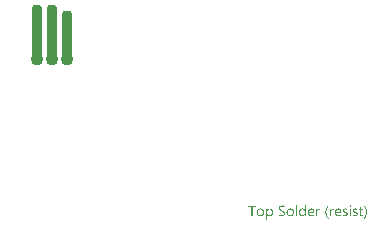
<source format=gts>
G04*
G04 #@! TF.GenerationSoftware,Altium Limited,Altium Designer,22.5.1 (42)*
G04*
G04 Layer_Color=8388736*
%FSAX44Y44*%
%MOMM*%
G71*
G04*
G04 #@! TF.SameCoordinates,B81DB4F6-0142-443B-9DEE-0E86D502A1E8*
G04*
G04*
G04 #@! TF.FilePolarity,Negative*
G04*
G01*
G75*
G04:AMPARAMS|DCode=10|XSize=0.9mm|YSize=4.8mm|CornerRadius=0.351mm|HoleSize=0mm|Usage=FLASHONLY|Rotation=0.000|XOffset=0mm|YOffset=0mm|HoleType=Round|Shape=RoundedRectangle|*
%AMROUNDEDRECTD10*
21,1,0.9000,4.0980,0,0,0.0*
21,1,0.1980,4.8000,0,0,0.0*
1,1,0.7020,0.0990,-2.0490*
1,1,0.7020,-0.0990,-2.0490*
1,1,0.7020,-0.0990,2.0490*
1,1,0.7020,0.0990,2.0490*
%
%ADD10ROUNDEDRECTD10*%
G04:AMPARAMS|DCode=11|XSize=0.9mm|YSize=4.3mm|CornerRadius=0.351mm|HoleSize=0mm|Usage=FLASHONLY|Rotation=0.000|XOffset=0mm|YOffset=0mm|HoleType=Round|Shape=RoundedRectangle|*
%AMROUNDEDRECTD11*
21,1,0.9000,3.5980,0,0,0.0*
21,1,0.1980,4.3000,0,0,0.0*
1,1,0.7020,0.0990,-1.7990*
1,1,0.7020,-0.0990,-1.7990*
1,1,0.7020,-0.0990,1.7990*
1,1,0.7020,0.0990,1.7990*
%
%ADD11ROUNDEDRECTD11*%
%ADD12C,1.1000*%
%ADD13C,0.1500*%
G36*
X00252311Y-00036514D02*
X00252382Y-00036530D01*
X00252452Y-00036553D01*
X00252531Y-00036593D01*
X00252609Y-00036640D01*
X00252688Y-00036702D01*
X00252696Y-00036710D01*
X00252719Y-00036734D01*
X00252750Y-00036773D01*
X00252790Y-00036828D01*
X00252821Y-00036899D01*
X00252853Y-00036977D01*
X00252876Y-00037071D01*
X00252884Y-00037173D01*
Y-00037189D01*
Y-00037220D01*
X00252876Y-00037268D01*
X00252860Y-00037338D01*
X00252837Y-00037409D01*
X00252798Y-00037487D01*
X00252750Y-00037566D01*
X00252688Y-00037644D01*
X00252680Y-00037652D01*
X00252656Y-00037676D01*
X00252609Y-00037707D01*
X00252554Y-00037738D01*
X00252484Y-00037770D01*
X00252405Y-00037801D01*
X00252319Y-00037825D01*
X00252217Y-00037833D01*
X00252170D01*
X00252123Y-00037825D01*
X00252052Y-00037809D01*
X00251981Y-00037786D01*
X00251903Y-00037754D01*
X00251824Y-00037715D01*
X00251746Y-00037652D01*
X00251738Y-00037644D01*
X00251714Y-00037621D01*
X00251683Y-00037574D01*
X00251652Y-00037519D01*
X00251620Y-00037456D01*
X00251589Y-00037370D01*
X00251565Y-00037275D01*
X00251558Y-00037173D01*
Y-00037158D01*
Y-00037126D01*
X00251565Y-00037071D01*
X00251581Y-00037009D01*
X00251605Y-00036930D01*
X00251636Y-00036852D01*
X00251683Y-00036773D01*
X00251746Y-00036702D01*
X00251754Y-00036695D01*
X00251777Y-00036671D01*
X00251824Y-00036640D01*
X00251879Y-00036600D01*
X00251950Y-00036569D01*
X00252029Y-00036538D01*
X00252115Y-00036514D01*
X00252217Y-00036506D01*
X00252264D01*
X00252311Y-00036514D01*
D02*
G37*
G36*
X00194961Y-00036757D02*
X00195071D01*
X00195197Y-00036765D01*
X00195338Y-00036773D01*
X00195487Y-00036789D01*
X00195801Y-00036828D01*
X00196115Y-00036883D01*
X00196272Y-00036922D01*
X00196413Y-00036962D01*
X00196555Y-00037016D01*
X00196672Y-00037071D01*
Y-00038249D01*
X00196665Y-00038241D01*
X00196633Y-00038225D01*
X00196594Y-00038201D01*
X00196531Y-00038162D01*
X00196453Y-00038123D01*
X00196358Y-00038076D01*
X00196248Y-00038021D01*
X00196123Y-00037974D01*
X00195982Y-00037919D01*
X00195825Y-00037872D01*
X00195660Y-00037825D01*
X00195479Y-00037786D01*
X00195291Y-00037746D01*
X00195087Y-00037723D01*
X00194867Y-00037707D01*
X00194639Y-00037699D01*
X00194514D01*
X00194428Y-00037707D01*
X00194326Y-00037715D01*
X00194208Y-00037731D01*
X00194082Y-00037746D01*
X00193957Y-00037770D01*
X00193941D01*
X00193902Y-00037786D01*
X00193839Y-00037801D01*
X00193753Y-00037825D01*
X00193658Y-00037856D01*
X00193556Y-00037896D01*
X00193447Y-00037950D01*
X00193344Y-00038005D01*
X00193337Y-00038013D01*
X00193297Y-00038037D01*
X00193250Y-00038068D01*
X00193188Y-00038115D01*
X00193125Y-00038178D01*
X00193046Y-00038249D01*
X00192976Y-00038327D01*
X00192913Y-00038421D01*
X00192905Y-00038429D01*
X00192889Y-00038468D01*
X00192858Y-00038523D01*
X00192834Y-00038594D01*
X00192803Y-00038680D01*
X00192771Y-00038790D01*
X00192756Y-00038908D01*
X00192748Y-00039041D01*
Y-00039057D01*
Y-00039096D01*
X00192756Y-00039167D01*
X00192764Y-00039245D01*
X00192779Y-00039340D01*
X00192803Y-00039442D01*
X00192834Y-00039544D01*
X00192874Y-00039638D01*
X00192881Y-00039646D01*
X00192897Y-00039677D01*
X00192929Y-00039724D01*
X00192968Y-00039787D01*
X00193023Y-00039858D01*
X00193085Y-00039936D01*
X00193164Y-00040015D01*
X00193250Y-00040093D01*
X00193258Y-00040101D01*
X00193297Y-00040125D01*
X00193352Y-00040171D01*
X00193423Y-00040219D01*
X00193509Y-00040281D01*
X00193611Y-00040344D01*
X00193729Y-00040423D01*
X00193855Y-00040493D01*
X00193862D01*
X00193870Y-00040501D01*
X00193917Y-00040525D01*
X00193996Y-00040564D01*
X00194090Y-00040619D01*
X00194216Y-00040674D01*
X00194357Y-00040745D01*
X00194514Y-00040823D01*
X00194679Y-00040909D01*
X00194687D01*
X00194702Y-00040917D01*
X00194726Y-00040933D01*
X00194757Y-00040949D01*
X00194804Y-00040972D01*
X00194851Y-00040996D01*
X00194969Y-00041058D01*
X00195110Y-00041137D01*
X00195267Y-00041223D01*
X00195424Y-00041310D01*
X00195589Y-00041412D01*
X00195597D01*
X00195605Y-00041420D01*
X00195628Y-00041435D01*
X00195660Y-00041459D01*
X00195746Y-00041514D01*
X00195848Y-00041584D01*
X00195966Y-00041671D01*
X00196091Y-00041765D01*
X00196217Y-00041875D01*
X00196343Y-00041992D01*
X00196358Y-00042008D01*
X00196398Y-00042047D01*
X00196453Y-00042110D01*
X00196531Y-00042196D01*
X00196609Y-00042298D01*
X00196696Y-00042416D01*
X00196774Y-00042550D01*
X00196853Y-00042691D01*
Y-00042699D01*
X00196861Y-00042707D01*
X00196868Y-00042730D01*
X00196884Y-00042762D01*
X00196916Y-00042840D01*
X00196955Y-00042942D01*
X00196986Y-00043075D01*
X00197018Y-00043225D01*
X00197041Y-00043390D01*
X00197049Y-00043570D01*
Y-00043578D01*
Y-00043601D01*
Y-00043633D01*
Y-00043680D01*
X00197041Y-00043735D01*
X00197033Y-00043805D01*
X00197026Y-00043876D01*
X00197018Y-00043955D01*
X00196986Y-00044135D01*
X00196939Y-00044324D01*
X00196876Y-00044512D01*
X00196790Y-00044692D01*
Y-00044700D01*
X00196782Y-00044716D01*
X00196766Y-00044739D01*
X00196743Y-00044771D01*
X00196688Y-00044849D01*
X00196609Y-00044959D01*
X00196507Y-00045077D01*
X00196390Y-00045202D01*
X00196248Y-00045320D01*
X00196091Y-00045438D01*
X00196084D01*
X00196068Y-00045454D01*
X00196044Y-00045462D01*
X00196013Y-00045485D01*
X00195974Y-00045509D01*
X00195919Y-00045532D01*
X00195801Y-00045595D01*
X00195652Y-00045658D01*
X00195479Y-00045728D01*
X00195291Y-00045791D01*
X00195079Y-00045846D01*
X00195071D01*
X00195056Y-00045854D01*
X00195024D01*
X00194977Y-00045862D01*
X00194930Y-00045877D01*
X00194867Y-00045885D01*
X00194797Y-00045893D01*
X00194710Y-00045909D01*
X00194530Y-00045932D01*
X00194326Y-00045948D01*
X00194106Y-00045964D01*
X00193870Y-00045972D01*
X00193784D01*
X00193729Y-00045964D01*
X00193651D01*
X00193556Y-00045956D01*
X00193454Y-00045948D01*
X00193344Y-00045932D01*
X00193329D01*
X00193290Y-00045925D01*
X00193227Y-00045917D01*
X00193148Y-00045909D01*
X00193054Y-00045893D01*
X00192944Y-00045877D01*
X00192834Y-00045862D01*
X00192709Y-00045838D01*
X00192693D01*
X00192654Y-00045830D01*
X00192591Y-00045815D01*
X00192512Y-00045791D01*
X00192418Y-00045775D01*
X00192316Y-00045744D01*
X00192097Y-00045681D01*
X00192081Y-00045673D01*
X00192050Y-00045666D01*
X00191994Y-00045642D01*
X00191932Y-00045619D01*
X00191861Y-00045587D01*
X00191783Y-00045548D01*
X00191704Y-00045509D01*
X00191633Y-00045462D01*
Y-00044229D01*
X00191641Y-00044237D01*
X00191673Y-00044261D01*
X00191720Y-00044300D01*
X00191775Y-00044339D01*
X00191853Y-00044394D01*
X00191940Y-00044449D01*
X00192034Y-00044512D01*
X00192144Y-00044567D01*
X00192159Y-00044575D01*
X00192199Y-00044590D01*
X00192253Y-00044622D01*
X00192332Y-00044653D01*
X00192426Y-00044692D01*
X00192528Y-00044739D01*
X00192646Y-00044787D01*
X00192764Y-00044826D01*
X00192779Y-00044834D01*
X00192819Y-00044841D01*
X00192889Y-00044857D01*
X00192968Y-00044881D01*
X00193070Y-00044912D01*
X00193180Y-00044936D01*
X00193423Y-00044983D01*
X00193439D01*
X00193478Y-00044991D01*
X00193541Y-00044998D01*
X00193627Y-00045006D01*
X00193721Y-00045022D01*
X00193823Y-00045030D01*
X00194035Y-00045038D01*
X00194129D01*
X00194192Y-00045030D01*
X00194271D01*
X00194365Y-00045022D01*
X00194467Y-00045006D01*
X00194577Y-00044991D01*
X00194812Y-00044951D01*
X00195048Y-00044889D01*
X00195275Y-00044802D01*
X00195377Y-00044747D01*
X00195471Y-00044685D01*
X00195479Y-00044677D01*
X00195495Y-00044669D01*
X00195519Y-00044645D01*
X00195550Y-00044614D01*
X00195581Y-00044583D01*
X00195621Y-00044535D01*
X00195668Y-00044480D01*
X00195715Y-00044418D01*
X00195754Y-00044347D01*
X00195801Y-00044276D01*
X00195880Y-00044096D01*
X00195903Y-00043994D01*
X00195927Y-00043884D01*
X00195942Y-00043774D01*
X00195950Y-00043649D01*
Y-00043641D01*
Y-00043633D01*
Y-00043586D01*
X00195942Y-00043523D01*
X00195935Y-00043437D01*
X00195911Y-00043334D01*
X00195887Y-00043232D01*
X00195848Y-00043123D01*
X00195793Y-00043021D01*
X00195785Y-00043005D01*
X00195762Y-00042973D01*
X00195730Y-00042926D01*
X00195683Y-00042856D01*
X00195621Y-00042785D01*
X00195542Y-00042699D01*
X00195456Y-00042620D01*
X00195354Y-00042534D01*
X00195338Y-00042526D01*
X00195307Y-00042495D01*
X00195244Y-00042448D01*
X00195165Y-00042393D01*
X00195063Y-00042330D01*
X00194953Y-00042259D01*
X00194828Y-00042181D01*
X00194687Y-00042110D01*
X00194679D01*
X00194671Y-00042102D01*
X00194647Y-00042087D01*
X00194624Y-00042071D01*
X00194545Y-00042032D01*
X00194443Y-00041977D01*
X00194318Y-00041914D01*
X00194176Y-00041843D01*
X00194027Y-00041765D01*
X00193862Y-00041679D01*
X00193855D01*
X00193839Y-00041671D01*
X00193815Y-00041655D01*
X00193784Y-00041639D01*
X00193698Y-00041592D01*
X00193580Y-00041529D01*
X00193447Y-00041459D01*
X00193297Y-00041380D01*
X00192991Y-00041200D01*
X00192983D01*
X00192976Y-00041192D01*
X00192952Y-00041176D01*
X00192921Y-00041160D01*
X00192850Y-00041105D01*
X00192756Y-00041043D01*
X00192646Y-00040964D01*
X00192528Y-00040870D01*
X00192411Y-00040776D01*
X00192293Y-00040666D01*
X00192277Y-00040650D01*
X00192246Y-00040611D01*
X00192191Y-00040556D01*
X00192120Y-00040478D01*
X00192050Y-00040376D01*
X00191971Y-00040266D01*
X00191893Y-00040140D01*
X00191822Y-00040007D01*
Y-00039999D01*
X00191814Y-00039991D01*
X00191806Y-00039968D01*
X00191798Y-00039936D01*
X00191767Y-00039858D01*
X00191735Y-00039756D01*
X00191704Y-00039630D01*
X00191673Y-00039481D01*
X00191657Y-00039316D01*
X00191649Y-00039135D01*
Y-00039128D01*
Y-00039112D01*
Y-00039073D01*
X00191657Y-00039034D01*
Y-00038979D01*
X00191665Y-00038916D01*
X00191681Y-00038774D01*
X00191712Y-00038610D01*
X00191759Y-00038429D01*
X00191830Y-00038249D01*
X00191916Y-00038076D01*
Y-00038068D01*
X00191932Y-00038052D01*
X00191947Y-00038029D01*
X00191963Y-00037998D01*
X00192026Y-00037919D01*
X00192104Y-00037809D01*
X00192206Y-00037691D01*
X00192324Y-00037566D01*
X00192458Y-00037448D01*
X00192615Y-00037330D01*
X00192622D01*
X00192638Y-00037315D01*
X00192662Y-00037299D01*
X00192693Y-00037283D01*
X00192732Y-00037260D01*
X00192779Y-00037228D01*
X00192905Y-00037166D01*
X00193054Y-00037095D01*
X00193219Y-00037024D01*
X00193407Y-00036954D01*
X00193611Y-00036899D01*
X00193619D01*
X00193635Y-00036891D01*
X00193666Y-00036883D01*
X00193706Y-00036875D01*
X00193761Y-00036867D01*
X00193815Y-00036852D01*
X00193886Y-00036836D01*
X00193965Y-00036820D01*
X00194137Y-00036797D01*
X00194326Y-00036773D01*
X00194538Y-00036757D01*
X00194749Y-00036750D01*
X00194875D01*
X00194961Y-00036757D01*
D02*
G37*
G36*
X00214685Y-00045823D02*
X00213664D01*
Y-00044747D01*
X00213641D01*
X00213633Y-00044763D01*
X00213610Y-00044802D01*
X00213563Y-00044857D01*
X00213507Y-00044936D01*
X00213429Y-00045030D01*
X00213343Y-00045132D01*
X00213233Y-00045242D01*
X00213099Y-00045360D01*
X00212958Y-00045477D01*
X00212793Y-00045587D01*
X00212613Y-00045689D01*
X00212417Y-00045783D01*
X00212205Y-00045862D01*
X00211969Y-00045917D01*
X00211718Y-00045956D01*
X00211451Y-00045972D01*
X00211396D01*
X00211334Y-00045964D01*
X00211255Y-00045956D01*
X00211153Y-00045948D01*
X00211035Y-00045925D01*
X00210902Y-00045901D01*
X00210760Y-00045862D01*
X00210611Y-00045823D01*
X00210454Y-00045760D01*
X00210298Y-00045697D01*
X00210133Y-00045611D01*
X00209976Y-00045516D01*
X00209819Y-00045399D01*
X00209670Y-00045265D01*
X00209528Y-00045116D01*
X00209520Y-00045108D01*
X00209497Y-00045077D01*
X00209466Y-00045030D01*
X00209418Y-00044959D01*
X00209363Y-00044873D01*
X00209301Y-00044771D01*
X00209238Y-00044645D01*
X00209175Y-00044504D01*
X00209104Y-00044347D01*
X00209042Y-00044174D01*
X00208979Y-00043978D01*
X00208924Y-00043774D01*
X00208877Y-00043554D01*
X00208846Y-00043311D01*
X00208822Y-00043060D01*
X00208814Y-00042793D01*
Y-00042785D01*
Y-00042777D01*
Y-00042754D01*
Y-00042722D01*
X00208822Y-00042644D01*
X00208830Y-00042534D01*
X00208838Y-00042393D01*
X00208853Y-00042244D01*
X00208877Y-00042071D01*
X00208916Y-00041883D01*
X00208955Y-00041686D01*
X00209010Y-00041474D01*
X00209073Y-00041270D01*
X00209152Y-00041051D01*
X00209238Y-00040847D01*
X00209348Y-00040642D01*
X00209466Y-00040446D01*
X00209607Y-00040258D01*
X00209615Y-00040250D01*
X00209646Y-00040219D01*
X00209693Y-00040171D01*
X00209756Y-00040109D01*
X00209834Y-00040038D01*
X00209929Y-00039952D01*
X00210046Y-00039866D01*
X00210172Y-00039779D01*
X00210321Y-00039693D01*
X00210478Y-00039606D01*
X00210651Y-00039520D01*
X00210839Y-00039450D01*
X00211043Y-00039387D01*
X00211263Y-00039340D01*
X00211490Y-00039308D01*
X00211734Y-00039300D01*
X00211789D01*
X00211859Y-00039308D01*
X00211946Y-00039316D01*
X00212056Y-00039332D01*
X00212181Y-00039355D01*
X00212315Y-00039387D01*
X00212464Y-00039426D01*
X00212621Y-00039481D01*
X00212778Y-00039551D01*
X00212935Y-00039638D01*
X00213092Y-00039740D01*
X00213241Y-00039858D01*
X00213390Y-00039991D01*
X00213523Y-00040156D01*
X00213641Y-00040336D01*
X00213664D01*
Y-00036388D01*
X00214685D01*
Y-00045823D01*
D02*
G37*
G36*
X00184295Y-00039308D02*
X00184381Y-00039316D01*
X00184483Y-00039324D01*
X00184601Y-00039347D01*
X00184735Y-00039371D01*
X00184884Y-00039410D01*
X00185033Y-00039457D01*
X00185190Y-00039512D01*
X00185347Y-00039583D01*
X00185512Y-00039661D01*
X00185669Y-00039763D01*
X00185818Y-00039881D01*
X00185967Y-00040015D01*
X00186100Y-00040164D01*
X00186108Y-00040171D01*
X00186132Y-00040203D01*
X00186163Y-00040250D01*
X00186210Y-00040321D01*
X00186257Y-00040407D01*
X00186320Y-00040509D01*
X00186383Y-00040635D01*
X00186446Y-00040768D01*
X00186508Y-00040925D01*
X00186571Y-00041098D01*
X00186634Y-00041286D01*
X00186681Y-00041490D01*
X00186728Y-00041710D01*
X00186759Y-00041945D01*
X00186783Y-00042196D01*
X00186791Y-00042456D01*
Y-00042463D01*
Y-00042471D01*
Y-00042495D01*
Y-00042526D01*
X00186783Y-00042613D01*
X00186775Y-00042722D01*
X00186767Y-00042856D01*
X00186752Y-00043013D01*
X00186728Y-00043185D01*
X00186697Y-00043374D01*
X00186650Y-00043570D01*
X00186602Y-00043782D01*
X00186540Y-00043994D01*
X00186461Y-00044206D01*
X00186375Y-00044418D01*
X00186273Y-00044630D01*
X00186147Y-00044826D01*
X00186014Y-00045014D01*
X00186006Y-00045022D01*
X00185975Y-00045053D01*
X00185935Y-00045100D01*
X00185873Y-00045163D01*
X00185794Y-00045234D01*
X00185700Y-00045320D01*
X00185582Y-00045407D01*
X00185457Y-00045493D01*
X00185315Y-00045579D01*
X00185151Y-00045666D01*
X00184978Y-00045752D01*
X00184790Y-00045823D01*
X00184585Y-00045885D01*
X00184366Y-00045932D01*
X00184130Y-00045964D01*
X00183887Y-00045972D01*
X00183832D01*
X00183769Y-00045964D01*
X00183683Y-00045956D01*
X00183581Y-00045940D01*
X00183463Y-00045917D01*
X00183330Y-00045885D01*
X00183181Y-00045838D01*
X00183031Y-00045783D01*
X00182875Y-00045713D01*
X00182717Y-00045626D01*
X00182553Y-00045524D01*
X00182396Y-00045399D01*
X00182247Y-00045257D01*
X00182105Y-00045093D01*
X00181972Y-00044904D01*
X00181948D01*
Y-00048750D01*
X00180928D01*
Y-00039450D01*
X00181948D01*
Y-00040572D01*
X00181972D01*
X00181980Y-00040556D01*
X00182011Y-00040517D01*
X00182050Y-00040454D01*
X00182113Y-00040376D01*
X00182192Y-00040274D01*
X00182286Y-00040171D01*
X00182404Y-00040054D01*
X00182529Y-00039936D01*
X00182678Y-00039818D01*
X00182843Y-00039701D01*
X00183024Y-00039599D01*
X00183220Y-00039497D01*
X00183432Y-00039418D01*
X00183667Y-00039355D01*
X00183911Y-00039316D01*
X00184177Y-00039300D01*
X00184232D01*
X00184295Y-00039308D01*
D02*
G37*
G36*
X00256981D02*
X00257052D01*
X00257138Y-00039316D01*
X00257232Y-00039324D01*
X00257334Y-00039340D01*
X00257570Y-00039371D01*
X00257813Y-00039426D01*
X00258072Y-00039497D01*
X00258323Y-00039591D01*
Y-00040627D01*
X00258315Y-00040619D01*
X00258292Y-00040603D01*
X00258252Y-00040588D01*
X00258197Y-00040556D01*
X00258135Y-00040517D01*
X00258056Y-00040478D01*
X00257962Y-00040438D01*
X00257860Y-00040391D01*
X00257742Y-00040352D01*
X00257624Y-00040313D01*
X00257491Y-00040274D01*
X00257350Y-00040234D01*
X00257193Y-00040203D01*
X00257036Y-00040187D01*
X00256879Y-00040171D01*
X00256706Y-00040164D01*
X00256604D01*
X00256534Y-00040171D01*
X00256455Y-00040179D01*
X00256369Y-00040195D01*
X00256188Y-00040234D01*
X00256180D01*
X00256149Y-00040242D01*
X00256110Y-00040258D01*
X00256055Y-00040281D01*
X00255929Y-00040336D01*
X00255796Y-00040415D01*
X00255788Y-00040423D01*
X00255772Y-00040438D01*
X00255741Y-00040462D01*
X00255702Y-00040493D01*
X00255615Y-00040580D01*
X00255537Y-00040697D01*
Y-00040705D01*
X00255521Y-00040729D01*
X00255513Y-00040760D01*
X00255498Y-00040807D01*
X00255482Y-00040854D01*
X00255466Y-00040917D01*
X00255458Y-00040988D01*
X00255450Y-00041058D01*
Y-00041066D01*
Y-00041098D01*
X00255458Y-00041145D01*
Y-00041208D01*
X00255474Y-00041270D01*
X00255490Y-00041341D01*
X00255505Y-00041412D01*
X00255537Y-00041482D01*
X00255545Y-00041490D01*
X00255553Y-00041514D01*
X00255576Y-00041545D01*
X00255607Y-00041584D01*
X00255647Y-00041624D01*
X00255686Y-00041679D01*
X00255804Y-00041781D01*
X00255812Y-00041788D01*
X00255835Y-00041804D01*
X00255874Y-00041828D01*
X00255921Y-00041859D01*
X00255984Y-00041890D01*
X00256055Y-00041930D01*
X00256141Y-00041977D01*
X00256227Y-00042016D01*
X00256235Y-00042024D01*
X00256275Y-00042032D01*
X00256322Y-00042055D01*
X00256392Y-00042079D01*
X00256479Y-00042118D01*
X00256573Y-00042157D01*
X00256675Y-00042196D01*
X00256793Y-00042244D01*
X00256800D01*
X00256808Y-00042251D01*
X00256832Y-00042259D01*
X00256863Y-00042267D01*
X00256942Y-00042298D01*
X00257044Y-00042346D01*
X00257162Y-00042393D01*
X00257295Y-00042448D01*
X00257428Y-00042510D01*
X00257554Y-00042573D01*
X00257562D01*
X00257570Y-00042581D01*
X00257609Y-00042605D01*
X00257672Y-00042636D01*
X00257750Y-00042683D01*
X00257844Y-00042746D01*
X00257938Y-00042809D01*
X00258033Y-00042887D01*
X00258127Y-00042966D01*
X00258135Y-00042973D01*
X00258166Y-00043005D01*
X00258205Y-00043044D01*
X00258260Y-00043107D01*
X00258315Y-00043178D01*
X00258378Y-00043264D01*
X00258433Y-00043358D01*
X00258488Y-00043460D01*
X00258496Y-00043476D01*
X00258511Y-00043507D01*
X00258527Y-00043570D01*
X00258551Y-00043649D01*
X00258574Y-00043743D01*
X00258598Y-00043853D01*
X00258606Y-00043978D01*
X00258613Y-00044119D01*
Y-00044127D01*
Y-00044143D01*
Y-00044166D01*
Y-00044198D01*
X00258606Y-00044284D01*
X00258590Y-00044402D01*
X00258559Y-00044528D01*
X00258527Y-00044669D01*
X00258472Y-00044810D01*
X00258402Y-00044943D01*
X00258394Y-00044959D01*
X00258362Y-00044998D01*
X00258315Y-00045061D01*
X00258252Y-00045148D01*
X00258174Y-00045234D01*
X00258080Y-00045336D01*
X00257970Y-00045430D01*
X00257844Y-00045524D01*
X00257829Y-00045532D01*
X00257782Y-00045564D01*
X00257711Y-00045603D01*
X00257617Y-00045650D01*
X00257499Y-00045705D01*
X00257358Y-00045760D01*
X00257209Y-00045815D01*
X00257044Y-00045862D01*
X00257036D01*
X00257020Y-00045870D01*
X00256997D01*
X00256965Y-00045877D01*
X00256926Y-00045885D01*
X00256879Y-00045893D01*
X00256761Y-00045917D01*
X00256612Y-00045940D01*
X00256455Y-00045956D01*
X00256282Y-00045964D01*
X00256094Y-00045972D01*
X00256000D01*
X00255929Y-00045964D01*
X00255843D01*
X00255749Y-00045948D01*
X00255631Y-00045940D01*
X00255513Y-00045925D01*
X00255380Y-00045901D01*
X00255246Y-00045877D01*
X00254964Y-00045815D01*
X00254674Y-00045721D01*
X00254532Y-00045658D01*
X00254391Y-00045595D01*
Y-00044504D01*
X00254399Y-00044512D01*
X00254430Y-00044528D01*
X00254477Y-00044559D01*
X00254540Y-00044598D01*
X00254618Y-00044645D01*
X00254705Y-00044700D01*
X00254815Y-00044755D01*
X00254932Y-00044810D01*
X00255066Y-00044865D01*
X00255207Y-00044920D01*
X00255356Y-00044975D01*
X00255513Y-00045022D01*
X00255686Y-00045061D01*
X00255859Y-00045093D01*
X00256039Y-00045108D01*
X00256227Y-00045116D01*
X00256282D01*
X00256353Y-00045108D01*
X00256439Y-00045100D01*
X00256541Y-00045085D01*
X00256651Y-00045069D01*
X00256777Y-00045038D01*
X00256903Y-00045006D01*
X00257020Y-00044959D01*
X00257146Y-00044896D01*
X00257256Y-00044826D01*
X00257358Y-00044739D01*
X00257444Y-00044637D01*
X00257515Y-00044520D01*
X00257554Y-00044378D01*
X00257570Y-00044300D01*
Y-00044221D01*
Y-00044214D01*
Y-00044174D01*
X00257562Y-00044127D01*
X00257554Y-00044072D01*
X00257538Y-00044002D01*
X00257523Y-00043931D01*
X00257491Y-00043860D01*
X00257452Y-00043790D01*
X00257444Y-00043782D01*
X00257428Y-00043758D01*
X00257405Y-00043727D01*
X00257373Y-00043680D01*
X00257326Y-00043633D01*
X00257279Y-00043578D01*
X00257216Y-00043531D01*
X00257146Y-00043476D01*
X00257138Y-00043468D01*
X00257114Y-00043452D01*
X00257067Y-00043429D01*
X00257012Y-00043390D01*
X00256950Y-00043350D01*
X00256871Y-00043311D01*
X00256777Y-00043272D01*
X00256683Y-00043232D01*
X00256667Y-00043225D01*
X00256636Y-00043217D01*
X00256581Y-00043193D01*
X00256510Y-00043162D01*
X00256432Y-00043123D01*
X00256329Y-00043083D01*
X00256227Y-00043044D01*
X00256118Y-00042997D01*
X00256110D01*
X00256102Y-00042989D01*
X00256078Y-00042981D01*
X00256047Y-00042966D01*
X00255968Y-00042934D01*
X00255866Y-00042895D01*
X00255749Y-00042840D01*
X00255623Y-00042785D01*
X00255498Y-00042722D01*
X00255372Y-00042660D01*
X00255356Y-00042652D01*
X00255317Y-00042628D01*
X00255262Y-00042597D01*
X00255184Y-00042550D01*
X00255097Y-00042487D01*
X00255011Y-00042424D01*
X00254917Y-00042354D01*
X00254830Y-00042275D01*
X00254823Y-00042267D01*
X00254799Y-00042236D01*
X00254760Y-00042196D01*
X00254713Y-00042134D01*
X00254658Y-00042063D01*
X00254603Y-00041977D01*
X00254556Y-00041890D01*
X00254509Y-00041788D01*
X00254501Y-00041773D01*
X00254493Y-00041741D01*
X00254477Y-00041679D01*
X00254461Y-00041608D01*
X00254438Y-00041514D01*
X00254422Y-00041404D01*
X00254415Y-00041278D01*
X00254407Y-00041145D01*
Y-00041137D01*
Y-00041121D01*
Y-00041098D01*
Y-00041066D01*
X00254415Y-00040988D01*
X00254430Y-00040878D01*
X00254454Y-00040752D01*
X00254493Y-00040619D01*
X00254540Y-00040486D01*
X00254611Y-00040352D01*
Y-00040344D01*
X00254618Y-00040336D01*
X00254650Y-00040297D01*
X00254697Y-00040234D01*
X00254752Y-00040148D01*
X00254830Y-00040062D01*
X00254925Y-00039968D01*
X00255035Y-00039866D01*
X00255152Y-00039779D01*
X00255160D01*
X00255168Y-00039771D01*
X00255215Y-00039740D01*
X00255286Y-00039701D01*
X00255380Y-00039646D01*
X00255498Y-00039591D01*
X00255631Y-00039528D01*
X00255780Y-00039473D01*
X00255937Y-00039426D01*
X00255945D01*
X00255961Y-00039418D01*
X00255984Y-00039410D01*
X00256016Y-00039402D01*
X00256055Y-00039395D01*
X00256102Y-00039387D01*
X00256212Y-00039363D01*
X00256353Y-00039340D01*
X00256502Y-00039316D01*
X00256667Y-00039308D01*
X00256840Y-00039300D01*
X00256918D01*
X00256981Y-00039308D01*
D02*
G37*
G36*
X00248489D02*
X00248559D01*
X00248646Y-00039316D01*
X00248740Y-00039324D01*
X00248842Y-00039340D01*
X00249077Y-00039371D01*
X00249321Y-00039426D01*
X00249580Y-00039497D01*
X00249831Y-00039591D01*
Y-00040627D01*
X00249823Y-00040619D01*
X00249799Y-00040603D01*
X00249760Y-00040588D01*
X00249705Y-00040556D01*
X00249643Y-00040517D01*
X00249564Y-00040478D01*
X00249470Y-00040438D01*
X00249368Y-00040391D01*
X00249250Y-00040352D01*
X00249132Y-00040313D01*
X00248999Y-00040274D01*
X00248858Y-00040234D01*
X00248701Y-00040203D01*
X00248544Y-00040187D01*
X00248387Y-00040171D01*
X00248214Y-00040164D01*
X00248112D01*
X00248041Y-00040171D01*
X00247963Y-00040179D01*
X00247877Y-00040195D01*
X00247696Y-00040234D01*
X00247688D01*
X00247657Y-00040242D01*
X00247618Y-00040258D01*
X00247563Y-00040281D01*
X00247437Y-00040336D01*
X00247304Y-00040415D01*
X00247296Y-00040423D01*
X00247280Y-00040438D01*
X00247249Y-00040462D01*
X00247209Y-00040493D01*
X00247123Y-00040580D01*
X00247045Y-00040697D01*
Y-00040705D01*
X00247029Y-00040729D01*
X00247021Y-00040760D01*
X00247005Y-00040807D01*
X00246990Y-00040854D01*
X00246974Y-00040917D01*
X00246966Y-00040988D01*
X00246958Y-00041058D01*
Y-00041066D01*
Y-00041098D01*
X00246966Y-00041145D01*
Y-00041208D01*
X00246982Y-00041270D01*
X00246998Y-00041341D01*
X00247013Y-00041412D01*
X00247045Y-00041482D01*
X00247052Y-00041490D01*
X00247060Y-00041514D01*
X00247084Y-00041545D01*
X00247115Y-00041584D01*
X00247155Y-00041624D01*
X00247194Y-00041679D01*
X00247311Y-00041781D01*
X00247319Y-00041788D01*
X00247343Y-00041804D01*
X00247382Y-00041828D01*
X00247429Y-00041859D01*
X00247492Y-00041890D01*
X00247563Y-00041930D01*
X00247649Y-00041977D01*
X00247735Y-00042016D01*
X00247743Y-00042024D01*
X00247782Y-00042032D01*
X00247829Y-00042055D01*
X00247900Y-00042079D01*
X00247986Y-00042118D01*
X00248081Y-00042157D01*
X00248183Y-00042196D01*
X00248300Y-00042244D01*
X00248308D01*
X00248316Y-00042251D01*
X00248340Y-00042259D01*
X00248371Y-00042267D01*
X00248449Y-00042298D01*
X00248552Y-00042346D01*
X00248669Y-00042393D01*
X00248803Y-00042448D01*
X00248936Y-00042510D01*
X00249062Y-00042573D01*
X00249070D01*
X00249077Y-00042581D01*
X00249117Y-00042605D01*
X00249179Y-00042636D01*
X00249258Y-00042683D01*
X00249352Y-00042746D01*
X00249446Y-00042809D01*
X00249541Y-00042887D01*
X00249635Y-00042966D01*
X00249643Y-00042973D01*
X00249674Y-00043005D01*
X00249713Y-00043044D01*
X00249768Y-00043107D01*
X00249823Y-00043178D01*
X00249886Y-00043264D01*
X00249941Y-00043358D01*
X00249996Y-00043460D01*
X00250004Y-00043476D01*
X00250019Y-00043507D01*
X00250035Y-00043570D01*
X00250058Y-00043649D01*
X00250082Y-00043743D01*
X00250106Y-00043853D01*
X00250113Y-00043978D01*
X00250121Y-00044119D01*
Y-00044127D01*
Y-00044143D01*
Y-00044166D01*
Y-00044198D01*
X00250113Y-00044284D01*
X00250098Y-00044402D01*
X00250066Y-00044528D01*
X00250035Y-00044669D01*
X00249980Y-00044810D01*
X00249909Y-00044943D01*
X00249902Y-00044959D01*
X00249870Y-00044998D01*
X00249823Y-00045061D01*
X00249760Y-00045148D01*
X00249682Y-00045234D01*
X00249588Y-00045336D01*
X00249478Y-00045430D01*
X00249352Y-00045524D01*
X00249336Y-00045532D01*
X00249289Y-00045564D01*
X00249219Y-00045603D01*
X00249125Y-00045650D01*
X00249007Y-00045705D01*
X00248866Y-00045760D01*
X00248716Y-00045815D01*
X00248552Y-00045862D01*
X00248544D01*
X00248528Y-00045870D01*
X00248505D01*
X00248473Y-00045877D01*
X00248434Y-00045885D01*
X00248387Y-00045893D01*
X00248269Y-00045917D01*
X00248120Y-00045940D01*
X00247963Y-00045956D01*
X00247790Y-00045964D01*
X00247602Y-00045972D01*
X00247508D01*
X00247437Y-00045964D01*
X00247351D01*
X00247257Y-00045948D01*
X00247139Y-00045940D01*
X00247021Y-00045925D01*
X00246888Y-00045901D01*
X00246754Y-00045877D01*
X00246472Y-00045815D01*
X00246181Y-00045721D01*
X00246040Y-00045658D01*
X00245899Y-00045595D01*
Y-00044504D01*
X00245907Y-00044512D01*
X00245938Y-00044528D01*
X00245985Y-00044559D01*
X00246048Y-00044598D01*
X00246126Y-00044645D01*
X00246213Y-00044700D01*
X00246322Y-00044755D01*
X00246440Y-00044810D01*
X00246574Y-00044865D01*
X00246715Y-00044920D01*
X00246864Y-00044975D01*
X00247021Y-00045022D01*
X00247194Y-00045061D01*
X00247366Y-00045093D01*
X00247547Y-00045108D01*
X00247735Y-00045116D01*
X00247790D01*
X00247861Y-00045108D01*
X00247947Y-00045100D01*
X00248049Y-00045085D01*
X00248159Y-00045069D01*
X00248285Y-00045038D01*
X00248410Y-00045006D01*
X00248528Y-00044959D01*
X00248654Y-00044896D01*
X00248764Y-00044826D01*
X00248866Y-00044739D01*
X00248952Y-00044637D01*
X00249023Y-00044520D01*
X00249062Y-00044378D01*
X00249077Y-00044300D01*
Y-00044221D01*
Y-00044214D01*
Y-00044174D01*
X00249070Y-00044127D01*
X00249062Y-00044072D01*
X00249046Y-00044002D01*
X00249030Y-00043931D01*
X00248999Y-00043860D01*
X00248960Y-00043790D01*
X00248952Y-00043782D01*
X00248936Y-00043758D01*
X00248913Y-00043727D01*
X00248881Y-00043680D01*
X00248834Y-00043633D01*
X00248787Y-00043578D01*
X00248724Y-00043531D01*
X00248654Y-00043476D01*
X00248646Y-00043468D01*
X00248622Y-00043452D01*
X00248575Y-00043429D01*
X00248520Y-00043390D01*
X00248457Y-00043350D01*
X00248379Y-00043311D01*
X00248285Y-00043272D01*
X00248190Y-00043232D01*
X00248175Y-00043225D01*
X00248143Y-00043217D01*
X00248088Y-00043193D01*
X00248018Y-00043162D01*
X00247939Y-00043123D01*
X00247837Y-00043083D01*
X00247735Y-00043044D01*
X00247625Y-00042997D01*
X00247618D01*
X00247610Y-00042989D01*
X00247586Y-00042981D01*
X00247555Y-00042966D01*
X00247476Y-00042934D01*
X00247374Y-00042895D01*
X00247257Y-00042840D01*
X00247131Y-00042785D01*
X00247005Y-00042722D01*
X00246880Y-00042660D01*
X00246864Y-00042652D01*
X00246825Y-00042628D01*
X00246770Y-00042597D01*
X00246691Y-00042550D01*
X00246605Y-00042487D01*
X00246519Y-00042424D01*
X00246425Y-00042354D01*
X00246338Y-00042275D01*
X00246330Y-00042267D01*
X00246307Y-00042236D01*
X00246268Y-00042196D01*
X00246220Y-00042134D01*
X00246166Y-00042063D01*
X00246111Y-00041977D01*
X00246063Y-00041890D01*
X00246016Y-00041788D01*
X00246009Y-00041773D01*
X00246001Y-00041741D01*
X00245985Y-00041679D01*
X00245969Y-00041608D01*
X00245946Y-00041514D01*
X00245930Y-00041404D01*
X00245922Y-00041278D01*
X00245914Y-00041145D01*
Y-00041137D01*
Y-00041121D01*
Y-00041098D01*
Y-00041066D01*
X00245922Y-00040988D01*
X00245938Y-00040878D01*
X00245961Y-00040752D01*
X00246001Y-00040619D01*
X00246048Y-00040486D01*
X00246119Y-00040352D01*
Y-00040344D01*
X00246126Y-00040336D01*
X00246158Y-00040297D01*
X00246205Y-00040234D01*
X00246260Y-00040148D01*
X00246338Y-00040062D01*
X00246432Y-00039968D01*
X00246542Y-00039866D01*
X00246660Y-00039779D01*
X00246668D01*
X00246676Y-00039771D01*
X00246723Y-00039740D01*
X00246793Y-00039701D01*
X00246888Y-00039646D01*
X00247005Y-00039591D01*
X00247139Y-00039528D01*
X00247288Y-00039473D01*
X00247445Y-00039426D01*
X00247453D01*
X00247468Y-00039418D01*
X00247492Y-00039410D01*
X00247523Y-00039402D01*
X00247563Y-00039395D01*
X00247610Y-00039387D01*
X00247720Y-00039363D01*
X00247861Y-00039340D01*
X00248010Y-00039316D01*
X00248175Y-00039308D01*
X00248347Y-00039300D01*
X00248426D01*
X00248489Y-00039308D01*
D02*
G37*
G36*
X00238042Y-00039347D02*
X00238129D01*
X00238223Y-00039363D01*
X00238325Y-00039379D01*
X00238427Y-00039395D01*
X00238513Y-00039426D01*
Y-00040486D01*
X00238498Y-00040478D01*
X00238466Y-00040454D01*
X00238403Y-00040423D01*
X00238317Y-00040384D01*
X00238199Y-00040344D01*
X00238074Y-00040313D01*
X00237917Y-00040289D01*
X00237736Y-00040281D01*
X00237673D01*
X00237626Y-00040289D01*
X00237571Y-00040297D01*
X00237509Y-00040313D01*
X00237359Y-00040360D01*
X00237273Y-00040391D01*
X00237187Y-00040431D01*
X00237093Y-00040486D01*
X00236998Y-00040540D01*
X00236912Y-00040611D01*
X00236818Y-00040697D01*
X00236732Y-00040792D01*
X00236645Y-00040901D01*
X00236637Y-00040909D01*
X00236630Y-00040933D01*
X00236606Y-00040964D01*
X00236575Y-00041011D01*
X00236543Y-00041074D01*
X00236504Y-00041153D01*
X00236465Y-00041239D01*
X00236425Y-00041341D01*
X00236386Y-00041451D01*
X00236347Y-00041576D01*
X00236308Y-00041718D01*
X00236276Y-00041867D01*
X00236245Y-00042032D01*
X00236221Y-00042204D01*
X00236213Y-00042385D01*
X00236206Y-00042581D01*
Y-00045823D01*
X00235185D01*
Y-00039450D01*
X00236206D01*
Y-00040768D01*
X00236229D01*
Y-00040760D01*
X00236237Y-00040737D01*
X00236253Y-00040705D01*
X00236269Y-00040658D01*
X00236292Y-00040603D01*
X00236323Y-00040533D01*
X00236394Y-00040384D01*
X00236488Y-00040211D01*
X00236606Y-00040038D01*
X00236739Y-00039873D01*
X00236896Y-00039716D01*
X00236904Y-00039708D01*
X00236920Y-00039701D01*
X00236943Y-00039685D01*
X00236975Y-00039653D01*
X00237014Y-00039630D01*
X00237069Y-00039599D01*
X00237187Y-00039528D01*
X00237336Y-00039457D01*
X00237509Y-00039395D01*
X00237697Y-00039355D01*
X00237799Y-00039347D01*
X00237901Y-00039340D01*
X00237964D01*
X00238042Y-00039347D01*
D02*
G37*
G36*
X00226269D02*
X00226356D01*
X00226450Y-00039363D01*
X00226552Y-00039379D01*
X00226654Y-00039395D01*
X00226740Y-00039426D01*
Y-00040486D01*
X00226725Y-00040478D01*
X00226693Y-00040454D01*
X00226630Y-00040423D01*
X00226544Y-00040384D01*
X00226426Y-00040344D01*
X00226301Y-00040313D01*
X00226144Y-00040289D01*
X00225963Y-00040281D01*
X00225900D01*
X00225853Y-00040289D01*
X00225798Y-00040297D01*
X00225736Y-00040313D01*
X00225586Y-00040360D01*
X00225500Y-00040391D01*
X00225414Y-00040431D01*
X00225320Y-00040486D01*
X00225226Y-00040540D01*
X00225139Y-00040611D01*
X00225045Y-00040697D01*
X00224959Y-00040792D01*
X00224872Y-00040901D01*
X00224865Y-00040909D01*
X00224857Y-00040933D01*
X00224833Y-00040964D01*
X00224802Y-00041011D01*
X00224770Y-00041074D01*
X00224731Y-00041153D01*
X00224692Y-00041239D01*
X00224653Y-00041341D01*
X00224613Y-00041451D01*
X00224574Y-00041576D01*
X00224535Y-00041718D01*
X00224503Y-00041867D01*
X00224472Y-00042032D01*
X00224449Y-00042204D01*
X00224441Y-00042385D01*
X00224433Y-00042581D01*
Y-00045823D01*
X00223412D01*
Y-00039450D01*
X00224433D01*
Y-00040768D01*
X00224456D01*
Y-00040760D01*
X00224464Y-00040737D01*
X00224480Y-00040705D01*
X00224496Y-00040658D01*
X00224519Y-00040603D01*
X00224550Y-00040533D01*
X00224621Y-00040384D01*
X00224715Y-00040211D01*
X00224833Y-00040038D01*
X00224967Y-00039873D01*
X00225124Y-00039716D01*
X00225131Y-00039708D01*
X00225147Y-00039701D01*
X00225171Y-00039685D01*
X00225202Y-00039653D01*
X00225241Y-00039630D01*
X00225296Y-00039599D01*
X00225414Y-00039528D01*
X00225563Y-00039457D01*
X00225736Y-00039395D01*
X00225924Y-00039355D01*
X00226026Y-00039347D01*
X00226128Y-00039340D01*
X00226191D01*
X00226269Y-00039347D01*
D02*
G37*
G36*
X00252711Y-00045823D02*
X00251691D01*
Y-00039450D01*
X00252711D01*
Y-00045823D01*
D02*
G37*
G36*
X00207182D02*
X00206161D01*
Y-00036388D01*
X00207182D01*
Y-00045823D01*
D02*
G37*
G36*
X00172192Y-00037848D02*
X00169618D01*
Y-00045823D01*
X00168574D01*
Y-00037848D01*
X00166000D01*
Y-00036899D01*
X00172192D01*
Y-00037848D01*
D02*
G37*
G36*
X00261533Y-00039450D02*
X00263142D01*
Y-00040328D01*
X00261533D01*
Y-00043915D01*
Y-00043923D01*
Y-00043947D01*
Y-00043978D01*
Y-00044017D01*
X00261541Y-00044072D01*
X00261549Y-00044135D01*
X00261565Y-00044268D01*
X00261588Y-00044426D01*
X00261627Y-00044575D01*
X00261682Y-00044716D01*
X00261714Y-00044779D01*
X00261753Y-00044834D01*
X00261761Y-00044841D01*
X00261792Y-00044873D01*
X00261847Y-00044920D01*
X00261926Y-00044967D01*
X00262028Y-00045022D01*
X00262153Y-00045061D01*
X00262302Y-00045093D01*
X00262475Y-00045108D01*
X00262538D01*
X00262608Y-00045100D01*
X00262703Y-00045085D01*
X00262805Y-00045053D01*
X00262922Y-00045022D01*
X00263032Y-00044967D01*
X00263142Y-00044896D01*
Y-00045768D01*
X00263134D01*
X00263126Y-00045775D01*
X00263103Y-00045783D01*
X00263079Y-00045799D01*
X00262993Y-00045830D01*
X00262891Y-00045862D01*
X00262750Y-00045893D01*
X00262585Y-00045925D01*
X00262397Y-00045948D01*
X00262185Y-00045956D01*
X00262114D01*
X00262028Y-00045940D01*
X00261926Y-00045925D01*
X00261800Y-00045901D01*
X00261659Y-00045854D01*
X00261502Y-00045799D01*
X00261353Y-00045721D01*
X00261196Y-00045626D01*
X00261039Y-00045501D01*
X00260897Y-00045352D01*
X00260835Y-00045265D01*
X00260772Y-00045171D01*
X00260717Y-00045069D01*
X00260670Y-00044959D01*
X00260623Y-00044841D01*
X00260583Y-00044708D01*
X00260552Y-00044575D01*
X00260529Y-00044426D01*
X00260521Y-00044268D01*
X00260513Y-00044096D01*
Y-00040328D01*
X00259422D01*
Y-00039450D01*
X00260513D01*
Y-00037896D01*
X00261533Y-00037566D01*
Y-00039450D01*
D02*
G37*
G36*
X00242241Y-00039308D02*
X00242328Y-00039316D01*
X00242437Y-00039324D01*
X00242555Y-00039340D01*
X00242689Y-00039371D01*
X00242830Y-00039402D01*
X00242987Y-00039442D01*
X00243144Y-00039497D01*
X00243301Y-00039567D01*
X00243466Y-00039646D01*
X00243623Y-00039740D01*
X00243772Y-00039850D01*
X00243921Y-00039975D01*
X00244054Y-00040117D01*
X00244062Y-00040125D01*
X00244086Y-00040156D01*
X00244117Y-00040203D01*
X00244164Y-00040266D01*
X00244211Y-00040344D01*
X00244274Y-00040446D01*
X00244337Y-00040564D01*
X00244400Y-00040697D01*
X00244462Y-00040854D01*
X00244525Y-00041019D01*
X00244588Y-00041208D01*
X00244635Y-00041404D01*
X00244682Y-00041624D01*
X00244714Y-00041851D01*
X00244737Y-00042102D01*
X00244745Y-00042361D01*
Y-00042895D01*
X00240240D01*
Y-00042911D01*
Y-00042942D01*
X00240248Y-00042997D01*
X00240256Y-00043068D01*
X00240263Y-00043162D01*
X00240279Y-00043264D01*
X00240295Y-00043374D01*
X00240326Y-00043499D01*
X00240397Y-00043766D01*
X00240444Y-00043900D01*
X00240499Y-00044041D01*
X00240562Y-00044174D01*
X00240632Y-00044308D01*
X00240719Y-00044426D01*
X00240813Y-00044543D01*
X00240821Y-00044551D01*
X00240836Y-00044567D01*
X00240868Y-00044598D01*
X00240915Y-00044630D01*
X00240970Y-00044677D01*
X00241040Y-00044724D01*
X00241119Y-00044779D01*
X00241205Y-00044826D01*
X00241307Y-00044881D01*
X00241425Y-00044936D01*
X00241543Y-00044983D01*
X00241684Y-00045030D01*
X00241825Y-00045061D01*
X00241982Y-00045093D01*
X00242147Y-00045108D01*
X00242320Y-00045116D01*
X00242367D01*
X00242422Y-00045108D01*
X00242500D01*
X00242595Y-00045093D01*
X00242704Y-00045077D01*
X00242830Y-00045053D01*
X00242971Y-00045030D01*
X00243120Y-00044991D01*
X00243277Y-00044943D01*
X00243442Y-00044889D01*
X00243607Y-00044818D01*
X00243780Y-00044739D01*
X00243952Y-00044645D01*
X00244125Y-00044535D01*
X00244298Y-00044410D01*
Y-00045367D01*
X00244290Y-00045375D01*
X00244258Y-00045391D01*
X00244211Y-00045422D01*
X00244149Y-00045462D01*
X00244062Y-00045509D01*
X00243960Y-00045556D01*
X00243842Y-00045611D01*
X00243709Y-00045666D01*
X00243552Y-00045728D01*
X00243387Y-00045783D01*
X00243207Y-00045830D01*
X00243010Y-00045877D01*
X00242799Y-00045917D01*
X00242571Y-00045948D01*
X00242328Y-00045964D01*
X00242076Y-00045972D01*
X00242014D01*
X00241951Y-00045964D01*
X00241857Y-00045956D01*
X00241739Y-00045948D01*
X00241605Y-00045925D01*
X00241464Y-00045901D01*
X00241307Y-00045862D01*
X00241143Y-00045815D01*
X00240970Y-00045760D01*
X00240789Y-00045689D01*
X00240617Y-00045611D01*
X00240436Y-00045509D01*
X00240271Y-00045391D01*
X00240107Y-00045257D01*
X00239957Y-00045108D01*
X00239949Y-00045100D01*
X00239926Y-00045069D01*
X00239887Y-00045014D01*
X00239840Y-00044943D01*
X00239777Y-00044857D01*
X00239714Y-00044747D01*
X00239643Y-00044622D01*
X00239573Y-00044473D01*
X00239502Y-00044316D01*
X00239431Y-00044127D01*
X00239369Y-00043931D01*
X00239306Y-00043711D01*
X00239259Y-00043476D01*
X00239220Y-00043225D01*
X00239196Y-00042950D01*
X00239188Y-00042667D01*
Y-00042660D01*
Y-00042652D01*
Y-00042628D01*
Y-00042605D01*
X00239196Y-00042526D01*
X00239204Y-00042416D01*
X00239212Y-00042291D01*
X00239235Y-00042149D01*
X00239259Y-00041985D01*
X00239290Y-00041804D01*
X00239337Y-00041616D01*
X00239392Y-00041420D01*
X00239463Y-00041215D01*
X00239541Y-00041011D01*
X00239636Y-00040815D01*
X00239753Y-00040611D01*
X00239879Y-00040423D01*
X00240028Y-00040242D01*
X00240036Y-00040234D01*
X00240067Y-00040203D01*
X00240114Y-00040156D01*
X00240177Y-00040093D01*
X00240263Y-00040022D01*
X00240366Y-00039944D01*
X00240475Y-00039858D01*
X00240609Y-00039771D01*
X00240750Y-00039685D01*
X00240915Y-00039599D01*
X00241087Y-00039520D01*
X00241268Y-00039450D01*
X00241464Y-00039387D01*
X00241676Y-00039340D01*
X00241896Y-00039308D01*
X00242124Y-00039300D01*
X00242178D01*
X00242241Y-00039308D01*
D02*
G37*
G36*
X00219370D02*
X00219457Y-00039316D01*
X00219567Y-00039324D01*
X00219684Y-00039340D01*
X00219818Y-00039371D01*
X00219959Y-00039402D01*
X00220116Y-00039442D01*
X00220273Y-00039497D01*
X00220430Y-00039567D01*
X00220595Y-00039646D01*
X00220752Y-00039740D01*
X00220901Y-00039850D01*
X00221050Y-00039975D01*
X00221183Y-00040117D01*
X00221191Y-00040125D01*
X00221215Y-00040156D01*
X00221246Y-00040203D01*
X00221293Y-00040266D01*
X00221341Y-00040344D01*
X00221403Y-00040446D01*
X00221466Y-00040564D01*
X00221529Y-00040697D01*
X00221592Y-00040854D01*
X00221654Y-00041019D01*
X00221717Y-00041208D01*
X00221764Y-00041404D01*
X00221811Y-00041624D01*
X00221843Y-00041851D01*
X00221866Y-00042102D01*
X00221874Y-00042361D01*
Y-00042895D01*
X00217369D01*
Y-00042911D01*
Y-00042942D01*
X00217377Y-00042997D01*
X00217385Y-00043068D01*
X00217393Y-00043162D01*
X00217408Y-00043264D01*
X00217424Y-00043374D01*
X00217455Y-00043499D01*
X00217526Y-00043766D01*
X00217573Y-00043900D01*
X00217628Y-00044041D01*
X00217691Y-00044174D01*
X00217761Y-00044308D01*
X00217848Y-00044426D01*
X00217942Y-00044543D01*
X00217950Y-00044551D01*
X00217966Y-00044567D01*
X00217997Y-00044598D01*
X00218044Y-00044630D01*
X00218099Y-00044677D01*
X00218170Y-00044724D01*
X00218248Y-00044779D01*
X00218334Y-00044826D01*
X00218437Y-00044881D01*
X00218554Y-00044936D01*
X00218672Y-00044983D01*
X00218813Y-00045030D01*
X00218955Y-00045061D01*
X00219111Y-00045093D01*
X00219276Y-00045108D01*
X00219449Y-00045116D01*
X00219496D01*
X00219551Y-00045108D01*
X00219629D01*
X00219724Y-00045093D01*
X00219834Y-00045077D01*
X00219959Y-00045053D01*
X00220100Y-00045030D01*
X00220250Y-00044991D01*
X00220406Y-00044943D01*
X00220571Y-00044889D01*
X00220736Y-00044818D01*
X00220909Y-00044739D01*
X00221081Y-00044645D01*
X00221254Y-00044535D01*
X00221427Y-00044410D01*
Y-00045367D01*
X00221419Y-00045375D01*
X00221388Y-00045391D01*
X00221341Y-00045422D01*
X00221278Y-00045462D01*
X00221191Y-00045509D01*
X00221089Y-00045556D01*
X00220972Y-00045611D01*
X00220838Y-00045666D01*
X00220681Y-00045728D01*
X00220516Y-00045783D01*
X00220336Y-00045830D01*
X00220140Y-00045877D01*
X00219928Y-00045917D01*
X00219700Y-00045948D01*
X00219457Y-00045964D01*
X00219206Y-00045972D01*
X00219143D01*
X00219080Y-00045964D01*
X00218986Y-00045956D01*
X00218868Y-00045948D01*
X00218735Y-00045925D01*
X00218593Y-00045901D01*
X00218437Y-00045862D01*
X00218272Y-00045815D01*
X00218099Y-00045760D01*
X00217918Y-00045689D01*
X00217746Y-00045611D01*
X00217565Y-00045509D01*
X00217400Y-00045391D01*
X00217236Y-00045257D01*
X00217087Y-00045108D01*
X00217079Y-00045100D01*
X00217055Y-00045069D01*
X00217016Y-00045014D01*
X00216969Y-00044943D01*
X00216906Y-00044857D01*
X00216843Y-00044747D01*
X00216773Y-00044622D01*
X00216702Y-00044473D01*
X00216631Y-00044316D01*
X00216561Y-00044127D01*
X00216498Y-00043931D01*
X00216435Y-00043711D01*
X00216388Y-00043476D01*
X00216349Y-00043225D01*
X00216325Y-00042950D01*
X00216317Y-00042667D01*
Y-00042660D01*
Y-00042652D01*
Y-00042628D01*
Y-00042605D01*
X00216325Y-00042526D01*
X00216333Y-00042416D01*
X00216341Y-00042291D01*
X00216364Y-00042149D01*
X00216388Y-00041985D01*
X00216419Y-00041804D01*
X00216467Y-00041616D01*
X00216521Y-00041420D01*
X00216592Y-00041215D01*
X00216670Y-00041011D01*
X00216765Y-00040815D01*
X00216882Y-00040611D01*
X00217008Y-00040423D01*
X00217157Y-00040242D01*
X00217165Y-00040234D01*
X00217196Y-00040203D01*
X00217243Y-00040156D01*
X00217306Y-00040093D01*
X00217393Y-00040022D01*
X00217495Y-00039944D01*
X00217605Y-00039858D01*
X00217738Y-00039771D01*
X00217879Y-00039685D01*
X00218044Y-00039599D01*
X00218217Y-00039520D01*
X00218397Y-00039450D01*
X00218593Y-00039387D01*
X00218805Y-00039340D01*
X00219025Y-00039308D01*
X00219253Y-00039300D01*
X00219308D01*
X00219370Y-00039308D01*
D02*
G37*
G36*
X00201640D02*
X00201742Y-00039316D01*
X00201860Y-00039324D01*
X00202001Y-00039347D01*
X00202151Y-00039371D01*
X00202315Y-00039410D01*
X00202496Y-00039457D01*
X00202677Y-00039512D01*
X00202857Y-00039583D01*
X00203045Y-00039669D01*
X00203226Y-00039771D01*
X00203406Y-00039889D01*
X00203571Y-00040022D01*
X00203728Y-00040179D01*
X00203736Y-00040187D01*
X00203760Y-00040219D01*
X00203799Y-00040274D01*
X00203854Y-00040344D01*
X00203917Y-00040431D01*
X00203979Y-00040540D01*
X00204058Y-00040666D01*
X00204128Y-00040815D01*
X00204207Y-00040980D01*
X00204278Y-00041160D01*
X00204340Y-00041357D01*
X00204403Y-00041576D01*
X00204458Y-00041812D01*
X00204497Y-00042063D01*
X00204521Y-00042330D01*
X00204529Y-00042613D01*
Y-00042620D01*
Y-00042628D01*
Y-00042652D01*
Y-00042683D01*
X00204521Y-00042762D01*
X00204513Y-00042864D01*
X00204505Y-00042997D01*
X00204482Y-00043146D01*
X00204458Y-00043311D01*
X00204419Y-00043492D01*
X00204372Y-00043680D01*
X00204317Y-00043884D01*
X00204246Y-00044088D01*
X00204168Y-00044292D01*
X00204066Y-00044496D01*
X00203948Y-00044692D01*
X00203815Y-00044881D01*
X00203665Y-00045061D01*
X00203658Y-00045069D01*
X00203626Y-00045100D01*
X00203579Y-00045148D01*
X00203508Y-00045202D01*
X00203422Y-00045273D01*
X00203320Y-00045352D01*
X00203195Y-00045430D01*
X00203053Y-00045516D01*
X00202896Y-00045603D01*
X00202724Y-00045681D01*
X00202535Y-00045760D01*
X00202331Y-00045830D01*
X00202104Y-00045885D01*
X00201868Y-00045932D01*
X00201625Y-00045964D01*
X00201358Y-00045972D01*
X00201295D01*
X00201224Y-00045964D01*
X00201122Y-00045956D01*
X00201005Y-00045948D01*
X00200863Y-00045925D01*
X00200714Y-00045901D01*
X00200550Y-00045862D01*
X00200369Y-00045815D01*
X00200189Y-00045752D01*
X00200000Y-00045681D01*
X00199812Y-00045595D01*
X00199623Y-00045493D01*
X00199435Y-00045375D01*
X00199262Y-00045242D01*
X00199097Y-00045085D01*
X00199090Y-00045077D01*
X00199058Y-00045045D01*
X00199019Y-00044991D01*
X00198964Y-00044920D01*
X00198901Y-00044834D01*
X00198831Y-00044724D01*
X00198760Y-00044598D01*
X00198682Y-00044449D01*
X00198603Y-00044292D01*
X00198525Y-00044111D01*
X00198454Y-00043915D01*
X00198391Y-00043703D01*
X00198336Y-00043484D01*
X00198297Y-00043240D01*
X00198266Y-00042981D01*
X00198258Y-00042715D01*
Y-00042707D01*
Y-00042699D01*
Y-00042675D01*
Y-00042644D01*
X00198266Y-00042558D01*
X00198273Y-00042448D01*
X00198281Y-00042314D01*
X00198305Y-00042157D01*
X00198328Y-00041985D01*
X00198368Y-00041796D01*
X00198415Y-00041600D01*
X00198470Y-00041396D01*
X00198540Y-00041184D01*
X00198627Y-00040972D01*
X00198729Y-00040768D01*
X00198839Y-00040572D01*
X00198972Y-00040384D01*
X00199129Y-00040203D01*
X00199137Y-00040195D01*
X00199168Y-00040164D01*
X00199223Y-00040117D01*
X00199294Y-00040062D01*
X00199380Y-00039991D01*
X00199490Y-00039920D01*
X00199615Y-00039834D01*
X00199757Y-00039748D01*
X00199914Y-00039669D01*
X00200094Y-00039583D01*
X00200291Y-00039512D01*
X00200502Y-00039442D01*
X00200730Y-00039387D01*
X00200973Y-00039340D01*
X00201232Y-00039308D01*
X00201507Y-00039300D01*
X00201570D01*
X00201640Y-00039308D01*
D02*
G37*
G36*
X00176407D02*
X00176509Y-00039316D01*
X00176627Y-00039324D01*
X00176768Y-00039347D01*
X00176917Y-00039371D01*
X00177082Y-00039410D01*
X00177263Y-00039457D01*
X00177443Y-00039512D01*
X00177624Y-00039583D01*
X00177812Y-00039669D01*
X00177993Y-00039771D01*
X00178173Y-00039889D01*
X00178338Y-00040022D01*
X00178495Y-00040179D01*
X00178503Y-00040187D01*
X00178526Y-00040219D01*
X00178566Y-00040274D01*
X00178620Y-00040344D01*
X00178683Y-00040431D01*
X00178746Y-00040540D01*
X00178825Y-00040666D01*
X00178895Y-00040815D01*
X00178974Y-00040980D01*
X00179044Y-00041160D01*
X00179107Y-00041357D01*
X00179170Y-00041576D01*
X00179225Y-00041812D01*
X00179264Y-00042063D01*
X00179288Y-00042330D01*
X00179296Y-00042613D01*
Y-00042620D01*
Y-00042628D01*
Y-00042652D01*
Y-00042683D01*
X00179288Y-00042762D01*
X00179280Y-00042864D01*
X00179272Y-00042997D01*
X00179248Y-00043146D01*
X00179225Y-00043311D01*
X00179186Y-00043492D01*
X00179139Y-00043680D01*
X00179084Y-00043884D01*
X00179013Y-00044088D01*
X00178934Y-00044292D01*
X00178832Y-00044496D01*
X00178715Y-00044692D01*
X00178581Y-00044881D01*
X00178432Y-00045061D01*
X00178424Y-00045069D01*
X00178393Y-00045100D01*
X00178346Y-00045148D01*
X00178275Y-00045202D01*
X00178189Y-00045273D01*
X00178087Y-00045352D01*
X00177961Y-00045430D01*
X00177820Y-00045516D01*
X00177663Y-00045603D01*
X00177490Y-00045681D01*
X00177302Y-00045760D01*
X00177098Y-00045830D01*
X00176870Y-00045885D01*
X00176635Y-00045932D01*
X00176392Y-00045964D01*
X00176125Y-00045972D01*
X00176062D01*
X00175991Y-00045964D01*
X00175889Y-00045956D01*
X00175772Y-00045948D01*
X00175630Y-00045925D01*
X00175481Y-00045901D01*
X00175316Y-00045862D01*
X00175136Y-00045815D01*
X00174955Y-00045752D01*
X00174767Y-00045681D01*
X00174578Y-00045595D01*
X00174390Y-00045493D01*
X00174202Y-00045375D01*
X00174029Y-00045242D01*
X00173864Y-00045085D01*
X00173856Y-00045077D01*
X00173825Y-00045045D01*
X00173786Y-00044991D01*
X00173731Y-00044920D01*
X00173668Y-00044834D01*
X00173597Y-00044724D01*
X00173527Y-00044598D01*
X00173448Y-00044449D01*
X00173370Y-00044292D01*
X00173291Y-00044111D01*
X00173221Y-00043915D01*
X00173158Y-00043703D01*
X00173103Y-00043484D01*
X00173064Y-00043240D01*
X00173032Y-00042981D01*
X00173025Y-00042715D01*
Y-00042707D01*
Y-00042699D01*
Y-00042675D01*
Y-00042644D01*
X00173032Y-00042558D01*
X00173040Y-00042448D01*
X00173048Y-00042314D01*
X00173072Y-00042157D01*
X00173095Y-00041985D01*
X00173134Y-00041796D01*
X00173181Y-00041600D01*
X00173236Y-00041396D01*
X00173307Y-00041184D01*
X00173393Y-00040972D01*
X00173495Y-00040768D01*
X00173605Y-00040572D01*
X00173739Y-00040384D01*
X00173896Y-00040203D01*
X00173904Y-00040195D01*
X00173935Y-00040164D01*
X00173990Y-00040117D01*
X00174060Y-00040062D01*
X00174147Y-00039991D01*
X00174257Y-00039920D01*
X00174382Y-00039834D01*
X00174524Y-00039748D01*
X00174681Y-00039669D01*
X00174861Y-00039583D01*
X00175057Y-00039512D01*
X00175269Y-00039442D01*
X00175497Y-00039387D01*
X00175740Y-00039340D01*
X00175999Y-00039308D01*
X00176274Y-00039300D01*
X00176337D01*
X00176407Y-00039308D01*
D02*
G37*
G36*
X00264531Y-00036906D02*
X00264547Y-00036922D01*
X00264571Y-00036962D01*
X00264610Y-00037001D01*
X00264649Y-00037064D01*
X00264704Y-00037134D01*
X00264759Y-00037213D01*
X00264830Y-00037307D01*
X00264900Y-00037409D01*
X00264979Y-00037527D01*
X00265057Y-00037652D01*
X00265144Y-00037793D01*
X00265230Y-00037943D01*
X00265316Y-00038100D01*
X00265403Y-00038264D01*
X00265497Y-00038445D01*
X00265591Y-00038633D01*
X00265677Y-00038829D01*
X00265763Y-00039034D01*
X00265858Y-00039253D01*
X00265936Y-00039473D01*
X00266022Y-00039708D01*
X00266093Y-00039944D01*
X00266164Y-00040195D01*
X00266289Y-00040713D01*
X00266344Y-00040980D01*
X00266384Y-00041255D01*
X00266423Y-00041537D01*
X00266446Y-00041828D01*
X00266462Y-00042126D01*
X00266470Y-00042424D01*
Y-00042432D01*
Y-00042463D01*
Y-00042503D01*
Y-00042565D01*
X00266462Y-00042644D01*
X00266454Y-00042738D01*
X00266446Y-00042840D01*
X00266439Y-00042966D01*
X00266431Y-00043091D01*
X00266407Y-00043240D01*
X00266391Y-00043397D01*
X00266368Y-00043562D01*
X00266336Y-00043735D01*
X00266305Y-00043923D01*
X00266266Y-00044111D01*
X00266227Y-00044308D01*
X00266125Y-00044732D01*
X00265991Y-00045163D01*
X00265834Y-00045619D01*
X00265748Y-00045846D01*
X00265646Y-00046074D01*
X00265544Y-00046301D01*
X00265426Y-00046529D01*
X00265301Y-00046757D01*
X00265167Y-00046984D01*
X00265018Y-00047204D01*
X00264869Y-00047424D01*
X00264704Y-00047636D01*
X00264523Y-00047847D01*
X00263621D01*
X00263629Y-00047840D01*
X00263644Y-00047824D01*
X00263668Y-00047785D01*
X00263707Y-00047738D01*
X00263746Y-00047683D01*
X00263801Y-00047612D01*
X00263856Y-00047533D01*
X00263927Y-00047439D01*
X00263998Y-00047330D01*
X00264068Y-00047212D01*
X00264155Y-00047086D01*
X00264233Y-00046945D01*
X00264319Y-00046796D01*
X00264406Y-00046639D01*
X00264500Y-00046474D01*
X00264594Y-00046294D01*
X00264680Y-00046113D01*
X00264775Y-00045917D01*
X00264861Y-00045713D01*
X00264947Y-00045501D01*
X00265034Y-00045281D01*
X00265112Y-00045053D01*
X00265253Y-00044575D01*
X00265379Y-00044064D01*
X00265434Y-00043805D01*
X00265473Y-00043539D01*
X00265512Y-00043264D01*
X00265536Y-00042981D01*
X00265552Y-00042699D01*
X00265560Y-00042408D01*
Y-00042401D01*
Y-00042369D01*
Y-00042330D01*
Y-00042267D01*
X00265552Y-00042196D01*
X00265544Y-00042102D01*
X00265536Y-00042000D01*
X00265528Y-00041883D01*
X00265512Y-00041749D01*
X00265497Y-00041608D01*
X00265481Y-00041451D01*
X00265457Y-00041286D01*
X00265426Y-00041113D01*
X00265395Y-00040933D01*
X00265355Y-00040745D01*
X00265316Y-00040540D01*
X00265214Y-00040125D01*
X00265081Y-00039685D01*
X00265010Y-00039457D01*
X00264924Y-00039230D01*
X00264837Y-00038994D01*
X00264735Y-00038759D01*
X00264625Y-00038523D01*
X00264508Y-00038288D01*
X00264382Y-00038052D01*
X00264249Y-00037817D01*
X00264107Y-00037582D01*
X00263951Y-00037354D01*
X00263786Y-00037126D01*
X00263605Y-00036899D01*
X00264523D01*
X00264531Y-00036906D01*
D02*
G37*
G36*
X00234024D02*
X00234008Y-00036922D01*
X00233985Y-00036962D01*
X00233945Y-00037009D01*
X00233906Y-00037064D01*
X00233851Y-00037134D01*
X00233788Y-00037220D01*
X00233725Y-00037315D01*
X00233655Y-00037424D01*
X00233576Y-00037542D01*
X00233498Y-00037676D01*
X00233412Y-00037817D01*
X00233325Y-00037966D01*
X00233239Y-00038123D01*
X00233145Y-00038296D01*
X00233058Y-00038476D01*
X00232964Y-00038665D01*
X00232870Y-00038861D01*
X00232784Y-00039073D01*
X00232697Y-00039285D01*
X00232611Y-00039504D01*
X00232533Y-00039740D01*
X00232383Y-00040226D01*
X00232258Y-00040737D01*
X00232203Y-00040996D01*
X00232164Y-00041270D01*
X00232124Y-00041545D01*
X00232101Y-00041828D01*
X00232085Y-00042118D01*
X00232077Y-00042408D01*
Y-00042416D01*
Y-00042440D01*
Y-00042487D01*
X00232085Y-00042550D01*
Y-00042620D01*
X00232093Y-00042715D01*
X00232101Y-00042817D01*
X00232109Y-00042934D01*
X00232124Y-00043060D01*
X00232140Y-00043201D01*
X00232156Y-00043350D01*
X00232179Y-00043515D01*
X00232211Y-00043688D01*
X00232242Y-00043868D01*
X00232274Y-00044057D01*
X00232321Y-00044253D01*
X00232423Y-00044669D01*
X00232548Y-00045108D01*
X00232705Y-00045556D01*
X00232799Y-00045783D01*
X00232894Y-00046019D01*
X00233004Y-00046246D01*
X00233121Y-00046482D01*
X00233239Y-00046717D01*
X00233380Y-00046945D01*
X00233521Y-00047172D01*
X00233678Y-00047400D01*
X00233843Y-00047628D01*
X00234016Y-00047847D01*
X00233106D01*
X00233098Y-00047840D01*
X00233082Y-00047824D01*
X00233058Y-00047793D01*
X00233027Y-00047745D01*
X00232980Y-00047691D01*
X00232925Y-00047620D01*
X00232870Y-00047541D01*
X00232807Y-00047455D01*
X00232737Y-00047353D01*
X00232658Y-00047235D01*
X00232580Y-00047118D01*
X00232501Y-00046984D01*
X00232415Y-00046835D01*
X00232321Y-00046686D01*
X00232234Y-00046521D01*
X00232148Y-00046348D01*
X00232054Y-00046160D01*
X00231968Y-00045972D01*
X00231873Y-00045768D01*
X00231795Y-00045556D01*
X00231709Y-00045336D01*
X00231630Y-00045108D01*
X00231551Y-00044873D01*
X00231481Y-00044630D01*
X00231363Y-00044119D01*
X00231308Y-00043853D01*
X00231269Y-00043586D01*
X00231230Y-00043303D01*
X00231206Y-00043013D01*
X00231190Y-00042722D01*
X00231183Y-00042424D01*
Y-00042416D01*
Y-00042385D01*
Y-00042346D01*
X00231190Y-00042283D01*
Y-00042204D01*
X00231198Y-00042110D01*
X00231206Y-00042000D01*
X00231214Y-00041883D01*
X00231222Y-00041749D01*
X00231245Y-00041600D01*
X00231261Y-00041443D01*
X00231285Y-00041278D01*
X00231308Y-00041098D01*
X00231347Y-00040917D01*
X00231379Y-00040721D01*
X00231426Y-00040517D01*
X00231528Y-00040093D01*
X00231653Y-00039653D01*
X00231810Y-00039190D01*
X00231897Y-00038963D01*
X00231991Y-00038727D01*
X00232101Y-00038492D01*
X00232211Y-00038256D01*
X00232336Y-00038021D01*
X00232470Y-00037793D01*
X00232611Y-00037566D01*
X00232768Y-00037338D01*
X00232933Y-00037118D01*
X00233106Y-00036899D01*
X00234032D01*
X00234024Y-00036906D01*
D02*
G37*
%LPC*%
G36*
X00211859Y-00040164D02*
X00211820D01*
X00211773Y-00040171D01*
X00211702D01*
X00211624Y-00040187D01*
X00211538Y-00040203D01*
X00211436Y-00040219D01*
X00211326Y-00040250D01*
X00211208Y-00040281D01*
X00211090Y-00040328D01*
X00210972Y-00040384D01*
X00210847Y-00040454D01*
X00210729Y-00040533D01*
X00210611Y-00040619D01*
X00210494Y-00040729D01*
X00210392Y-00040847D01*
X00210384Y-00040854D01*
X00210368Y-00040878D01*
X00210345Y-00040917D01*
X00210305Y-00040972D01*
X00210266Y-00041043D01*
X00210227Y-00041129D01*
X00210172Y-00041223D01*
X00210125Y-00041341D01*
X00210078Y-00041467D01*
X00210031Y-00041608D01*
X00209984Y-00041765D01*
X00209944Y-00041930D01*
X00209905Y-00042118D01*
X00209881Y-00042306D01*
X00209866Y-00042518D01*
X00209858Y-00042738D01*
Y-00042754D01*
Y-00042785D01*
Y-00042848D01*
X00209866Y-00042919D01*
X00209874Y-00043013D01*
X00209881Y-00043123D01*
X00209897Y-00043240D01*
X00209921Y-00043374D01*
X00209984Y-00043649D01*
X00210023Y-00043798D01*
X00210070Y-00043939D01*
X00210133Y-00044080D01*
X00210203Y-00044221D01*
X00210282Y-00044355D01*
X00210368Y-00044480D01*
X00210376Y-00044488D01*
X00210392Y-00044504D01*
X00210423Y-00044535D01*
X00210462Y-00044583D01*
X00210517Y-00044630D01*
X00210580Y-00044685D01*
X00210651Y-00044739D01*
X00210737Y-00044794D01*
X00210831Y-00044857D01*
X00210933Y-00044912D01*
X00211043Y-00044967D01*
X00211169Y-00045014D01*
X00211302Y-00045053D01*
X00211443Y-00045085D01*
X00211593Y-00045108D01*
X00211749Y-00045116D01*
X00211789D01*
X00211836Y-00045108D01*
X00211891D01*
X00211961Y-00045100D01*
X00212048Y-00045085D01*
X00212142Y-00045061D01*
X00212244Y-00045038D01*
X00212354Y-00045006D01*
X00212464Y-00044967D01*
X00212581Y-00044920D01*
X00212691Y-00044857D01*
X00212809Y-00044787D01*
X00212919Y-00044708D01*
X00213029Y-00044614D01*
X00213131Y-00044504D01*
X00213139Y-00044496D01*
X00213154Y-00044473D01*
X00213178Y-00044441D01*
X00213217Y-00044394D01*
X00213256Y-00044331D01*
X00213304Y-00044261D01*
X00213351Y-00044174D01*
X00213398Y-00044072D01*
X00213445Y-00043970D01*
X00213500Y-00043853D01*
X00213539Y-00043719D01*
X00213578Y-00043586D01*
X00213617Y-00043437D01*
X00213641Y-00043280D01*
X00213657Y-00043115D01*
X00213664Y-00042942D01*
Y-00042008D01*
Y-00042000D01*
Y-00041977D01*
Y-00041930D01*
X00213657Y-00041875D01*
X00213649Y-00041812D01*
X00213641Y-00041733D01*
X00213625Y-00041647D01*
X00213602Y-00041553D01*
X00213539Y-00041349D01*
X00213500Y-00041239D01*
X00213453Y-00041129D01*
X00213390Y-00041019D01*
X00213319Y-00040909D01*
X00213241Y-00040799D01*
X00213154Y-00040697D01*
X00213146Y-00040690D01*
X00213131Y-00040674D01*
X00213099Y-00040650D01*
X00213060Y-00040611D01*
X00213013Y-00040572D01*
X00212950Y-00040525D01*
X00212880Y-00040478D01*
X00212801Y-00040431D01*
X00212715Y-00040384D01*
X00212613Y-00040328D01*
X00212511Y-00040289D01*
X00212393Y-00040250D01*
X00212267Y-00040211D01*
X00212142Y-00040187D01*
X00212001Y-00040171D01*
X00211859Y-00040164D01*
D02*
G37*
G36*
X00183926D02*
X00183840D01*
X00183777Y-00040171D01*
X00183699Y-00040179D01*
X00183612Y-00040195D01*
X00183518Y-00040219D01*
X00183408Y-00040242D01*
X00183298Y-00040274D01*
X00183181Y-00040313D01*
X00183063Y-00040368D01*
X00182945Y-00040423D01*
X00182827Y-00040493D01*
X00182710Y-00040580D01*
X00182592Y-00040674D01*
X00182490Y-00040784D01*
X00182482Y-00040792D01*
X00182466Y-00040815D01*
X00182443Y-00040847D01*
X00182404Y-00040894D01*
X00182364Y-00040956D01*
X00182317Y-00041027D01*
X00182270Y-00041113D01*
X00182223Y-00041208D01*
X00182168Y-00041317D01*
X00182121Y-00041435D01*
X00182074Y-00041561D01*
X00182035Y-00041702D01*
X00181995Y-00041851D01*
X00181972Y-00042000D01*
X00181956Y-00042165D01*
X00181948Y-00042338D01*
Y-00043225D01*
Y-00043232D01*
Y-00043256D01*
Y-00043303D01*
X00181956Y-00043358D01*
X00181964Y-00043429D01*
X00181972Y-00043507D01*
X00181988Y-00043594D01*
X00182011Y-00043688D01*
X00182074Y-00043900D01*
X00182113Y-00044009D01*
X00182160Y-00044127D01*
X00182223Y-00044237D01*
X00182294Y-00044355D01*
X00182372Y-00044465D01*
X00182458Y-00044567D01*
X00182466Y-00044575D01*
X00182482Y-00044590D01*
X00182513Y-00044614D01*
X00182553Y-00044653D01*
X00182600Y-00044692D01*
X00182663Y-00044739D01*
X00182733Y-00044787D01*
X00182819Y-00044841D01*
X00182906Y-00044889D01*
X00183008Y-00044943D01*
X00183118Y-00044991D01*
X00183228Y-00045030D01*
X00183353Y-00045069D01*
X00183487Y-00045093D01*
X00183628Y-00045108D01*
X00183769Y-00045116D01*
X00183808D01*
X00183855Y-00045108D01*
X00183926D01*
X00183997Y-00045093D01*
X00184091Y-00045077D01*
X00184193Y-00045053D01*
X00184295Y-00045030D01*
X00184413Y-00044991D01*
X00184531Y-00044943D01*
X00184648Y-00044889D01*
X00184774Y-00044818D01*
X00184892Y-00044739D01*
X00185009Y-00044645D01*
X00185119Y-00044535D01*
X00185221Y-00044410D01*
X00185229Y-00044402D01*
X00185245Y-00044378D01*
X00185268Y-00044339D01*
X00185308Y-00044276D01*
X00185347Y-00044206D01*
X00185386Y-00044119D01*
X00185433Y-00044009D01*
X00185488Y-00043892D01*
X00185535Y-00043758D01*
X00185582Y-00043609D01*
X00185621Y-00043452D01*
X00185669Y-00043272D01*
X00185700Y-00043083D01*
X00185723Y-00042879D01*
X00185739Y-00042660D01*
X00185747Y-00042432D01*
Y-00042416D01*
Y-00042385D01*
Y-00042330D01*
X00185739Y-00042259D01*
X00185731Y-00042165D01*
X00185723Y-00042063D01*
X00185708Y-00041953D01*
X00185684Y-00041828D01*
X00185629Y-00041561D01*
X00185590Y-00041420D01*
X00185535Y-00041286D01*
X00185480Y-00041145D01*
X00185417Y-00041011D01*
X00185339Y-00040886D01*
X00185253Y-00040768D01*
X00185245Y-00040760D01*
X00185229Y-00040745D01*
X00185205Y-00040713D01*
X00185166Y-00040674D01*
X00185111Y-00040627D01*
X00185056Y-00040580D01*
X00184986Y-00040525D01*
X00184907Y-00040462D01*
X00184813Y-00040407D01*
X00184719Y-00040352D01*
X00184609Y-00040305D01*
X00184491Y-00040258D01*
X00184358Y-00040219D01*
X00184224Y-00040187D01*
X00184083Y-00040171D01*
X00183926Y-00040164D01*
D02*
G37*
G36*
X00242108D02*
X00242037D01*
X00241990Y-00040171D01*
X00241927Y-00040179D01*
X00241849Y-00040187D01*
X00241770Y-00040203D01*
X00241684Y-00040226D01*
X00241488Y-00040289D01*
X00241386Y-00040328D01*
X00241284Y-00040384D01*
X00241182Y-00040438D01*
X00241072Y-00040509D01*
X00240978Y-00040588D01*
X00240876Y-00040682D01*
X00240868Y-00040690D01*
X00240852Y-00040705D01*
X00240828Y-00040737D01*
X00240797Y-00040776D01*
X00240758Y-00040831D01*
X00240711Y-00040886D01*
X00240664Y-00040964D01*
X00240609Y-00041043D01*
X00240554Y-00041137D01*
X00240507Y-00041239D01*
X00240452Y-00041349D01*
X00240405Y-00041467D01*
X00240358Y-00041600D01*
X00240318Y-00041733D01*
X00240279Y-00041883D01*
X00240256Y-00042032D01*
X00243701D01*
Y-00042024D01*
Y-00041992D01*
Y-00041945D01*
X00243693Y-00041883D01*
X00243685Y-00041812D01*
X00243678Y-00041726D01*
X00243662Y-00041631D01*
X00243646Y-00041529D01*
X00243591Y-00041310D01*
X00243513Y-00041074D01*
X00243466Y-00040964D01*
X00243411Y-00040854D01*
X00243348Y-00040752D01*
X00243269Y-00040658D01*
X00243262Y-00040650D01*
X00243254Y-00040635D01*
X00243230Y-00040611D01*
X00243191Y-00040580D01*
X00243152Y-00040540D01*
X00243097Y-00040501D01*
X00243042Y-00040454D01*
X00242971Y-00040407D01*
X00242893Y-00040368D01*
X00242806Y-00040321D01*
X00242704Y-00040281D01*
X00242602Y-00040242D01*
X00242492Y-00040211D01*
X00242375Y-00040187D01*
X00242241Y-00040171D01*
X00242108Y-00040164D01*
D02*
G37*
G36*
X00219237D02*
X00219166D01*
X00219119Y-00040171D01*
X00219056Y-00040179D01*
X00218978Y-00040187D01*
X00218899Y-00040203D01*
X00218813Y-00040226D01*
X00218617Y-00040289D01*
X00218515Y-00040328D01*
X00218413Y-00040384D01*
X00218311Y-00040438D01*
X00218201Y-00040509D01*
X00218107Y-00040588D01*
X00218005Y-00040682D01*
X00217997Y-00040690D01*
X00217981Y-00040705D01*
X00217958Y-00040737D01*
X00217926Y-00040776D01*
X00217887Y-00040831D01*
X00217840Y-00040886D01*
X00217793Y-00040964D01*
X00217738Y-00041043D01*
X00217683Y-00041137D01*
X00217636Y-00041239D01*
X00217581Y-00041349D01*
X00217534Y-00041467D01*
X00217487Y-00041600D01*
X00217447Y-00041733D01*
X00217408Y-00041883D01*
X00217385Y-00042032D01*
X00220830D01*
Y-00042024D01*
Y-00041992D01*
Y-00041945D01*
X00220822Y-00041883D01*
X00220815Y-00041812D01*
X00220807Y-00041726D01*
X00220791Y-00041631D01*
X00220775Y-00041529D01*
X00220720Y-00041310D01*
X00220642Y-00041074D01*
X00220595Y-00040964D01*
X00220540Y-00040854D01*
X00220477Y-00040752D01*
X00220399Y-00040658D01*
X00220391Y-00040650D01*
X00220383Y-00040635D01*
X00220359Y-00040611D01*
X00220320Y-00040580D01*
X00220281Y-00040540D01*
X00220226Y-00040501D01*
X00220171Y-00040454D01*
X00220100Y-00040407D01*
X00220022Y-00040368D01*
X00219936Y-00040321D01*
X00219834Y-00040281D01*
X00219732Y-00040242D01*
X00219622Y-00040211D01*
X00219504Y-00040187D01*
X00219370Y-00040171D01*
X00219237Y-00040164D01*
D02*
G37*
G36*
X00201429D02*
X00201389D01*
X00201334Y-00040171D01*
X00201264D01*
X00201185Y-00040187D01*
X00201091Y-00040195D01*
X00200981Y-00040219D01*
X00200863Y-00040250D01*
X00200746Y-00040281D01*
X00200620Y-00040328D01*
X00200487Y-00040384D01*
X00200361Y-00040446D01*
X00200228Y-00040525D01*
X00200102Y-00040611D01*
X00199984Y-00040713D01*
X00199874Y-00040831D01*
X00199867Y-00040839D01*
X00199851Y-00040862D01*
X00199820Y-00040901D01*
X00199788Y-00040956D01*
X00199741Y-00041019D01*
X00199694Y-00041105D01*
X00199639Y-00041200D01*
X00199592Y-00041310D01*
X00199537Y-00041435D01*
X00199482Y-00041576D01*
X00199435Y-00041726D01*
X00199388Y-00041890D01*
X00199356Y-00042071D01*
X00199325Y-00042259D01*
X00199309Y-00042463D01*
X00199302Y-00042675D01*
Y-00042691D01*
Y-00042722D01*
X00199309Y-00042785D01*
Y-00042864D01*
X00199317Y-00042958D01*
X00199333Y-00043068D01*
X00199349Y-00043193D01*
X00199372Y-00043327D01*
X00199404Y-00043468D01*
X00199443Y-00043609D01*
X00199490Y-00043758D01*
X00199545Y-00043907D01*
X00199608Y-00044057D01*
X00199686Y-00044198D01*
X00199772Y-00044339D01*
X00199874Y-00044465D01*
X00199882Y-00044473D01*
X00199898Y-00044496D01*
X00199937Y-00044528D01*
X00199984Y-00044567D01*
X00200039Y-00044614D01*
X00200110Y-00044669D01*
X00200196Y-00044732D01*
X00200291Y-00044787D01*
X00200392Y-00044849D01*
X00200510Y-00044912D01*
X00200636Y-00044967D01*
X00200777Y-00045014D01*
X00200926Y-00045053D01*
X00201083Y-00045085D01*
X00201248Y-00045108D01*
X00201429Y-00045116D01*
X00201476D01*
X00201523Y-00045108D01*
X00201593D01*
X00201672Y-00045093D01*
X00201766Y-00045085D01*
X00201876Y-00045061D01*
X00201994Y-00045038D01*
X00202111Y-00045006D01*
X00202237Y-00044959D01*
X00202362Y-00044912D01*
X00202488Y-00044849D01*
X00202614Y-00044779D01*
X00202731Y-00044692D01*
X00202849Y-00044590D01*
X00202951Y-00044480D01*
X00202959Y-00044473D01*
X00202975Y-00044449D01*
X00202998Y-00044410D01*
X00203037Y-00044363D01*
X00203077Y-00044292D01*
X00203124Y-00044214D01*
X00203171Y-00044119D01*
X00203218Y-00044009D01*
X00203265Y-00043884D01*
X00203320Y-00043751D01*
X00203359Y-00043601D01*
X00203399Y-00043437D01*
X00203438Y-00043264D01*
X00203461Y-00043068D01*
X00203477Y-00042864D01*
X00203485Y-00042652D01*
Y-00042636D01*
Y-00042597D01*
Y-00042534D01*
X00203477Y-00042456D01*
X00203469Y-00042354D01*
X00203454Y-00042244D01*
X00203438Y-00042110D01*
X00203422Y-00041977D01*
X00203351Y-00041679D01*
X00203312Y-00041529D01*
X00203257Y-00041372D01*
X00203202Y-00041223D01*
X00203124Y-00041082D01*
X00203045Y-00040941D01*
X00202951Y-00040815D01*
X00202943Y-00040807D01*
X00202928Y-00040784D01*
X00202896Y-00040752D01*
X00202849Y-00040713D01*
X00202794Y-00040666D01*
X00202731Y-00040611D01*
X00202653Y-00040548D01*
X00202559Y-00040486D01*
X00202457Y-00040431D01*
X00202347Y-00040368D01*
X00202221Y-00040313D01*
X00202088Y-00040266D01*
X00201939Y-00040226D01*
X00201782Y-00040195D01*
X00201609Y-00040171D01*
X00201429Y-00040164D01*
D02*
G37*
G36*
X00176195D02*
X00176156D01*
X00176101Y-00040171D01*
X00176031D01*
X00175952Y-00040187D01*
X00175858Y-00040195D01*
X00175748Y-00040219D01*
X00175630Y-00040250D01*
X00175513Y-00040281D01*
X00175387Y-00040328D01*
X00175254Y-00040384D01*
X00175128Y-00040446D01*
X00174995Y-00040525D01*
X00174869Y-00040611D01*
X00174751Y-00040713D01*
X00174641Y-00040831D01*
X00174633Y-00040839D01*
X00174618Y-00040862D01*
X00174586Y-00040901D01*
X00174555Y-00040956D01*
X00174508Y-00041019D01*
X00174461Y-00041105D01*
X00174406Y-00041200D01*
X00174359Y-00041310D01*
X00174304Y-00041435D01*
X00174249Y-00041576D01*
X00174202Y-00041726D01*
X00174155Y-00041890D01*
X00174123Y-00042071D01*
X00174092Y-00042259D01*
X00174076Y-00042463D01*
X00174068Y-00042675D01*
Y-00042691D01*
Y-00042722D01*
X00174076Y-00042785D01*
Y-00042864D01*
X00174084Y-00042958D01*
X00174100Y-00043068D01*
X00174115Y-00043193D01*
X00174139Y-00043327D01*
X00174170Y-00043468D01*
X00174210Y-00043609D01*
X00174257Y-00043758D01*
X00174312Y-00043907D01*
X00174374Y-00044057D01*
X00174453Y-00044198D01*
X00174539Y-00044339D01*
X00174641Y-00044465D01*
X00174649Y-00044473D01*
X00174665Y-00044496D01*
X00174704Y-00044528D01*
X00174751Y-00044567D01*
X00174806Y-00044614D01*
X00174877Y-00044669D01*
X00174963Y-00044732D01*
X00175057Y-00044787D01*
X00175159Y-00044849D01*
X00175277Y-00044912D01*
X00175403Y-00044967D01*
X00175544Y-00045014D01*
X00175693Y-00045053D01*
X00175850Y-00045085D01*
X00176015Y-00045108D01*
X00176195Y-00045116D01*
X00176242D01*
X00176290Y-00045108D01*
X00176360D01*
X00176439Y-00045093D01*
X00176533Y-00045085D01*
X00176643Y-00045061D01*
X00176760Y-00045038D01*
X00176878Y-00045006D01*
X00177004Y-00044959D01*
X00177129Y-00044912D01*
X00177255Y-00044849D01*
X00177380Y-00044779D01*
X00177498Y-00044692D01*
X00177616Y-00044590D01*
X00177718Y-00044480D01*
X00177726Y-00044473D01*
X00177742Y-00044449D01*
X00177765Y-00044410D01*
X00177804Y-00044363D01*
X00177843Y-00044292D01*
X00177891Y-00044214D01*
X00177938Y-00044119D01*
X00177985Y-00044009D01*
X00178032Y-00043884D01*
X00178087Y-00043751D01*
X00178126Y-00043601D01*
X00178165Y-00043437D01*
X00178204Y-00043264D01*
X00178228Y-00043068D01*
X00178244Y-00042864D01*
X00178252Y-00042652D01*
Y-00042636D01*
Y-00042597D01*
Y-00042534D01*
X00178244Y-00042456D01*
X00178236Y-00042354D01*
X00178220Y-00042244D01*
X00178204Y-00042110D01*
X00178189Y-00041977D01*
X00178118Y-00041679D01*
X00178079Y-00041529D01*
X00178024Y-00041372D01*
X00177969Y-00041223D01*
X00177891Y-00041082D01*
X00177812Y-00040941D01*
X00177718Y-00040815D01*
X00177710Y-00040807D01*
X00177694Y-00040784D01*
X00177663Y-00040752D01*
X00177616Y-00040713D01*
X00177561Y-00040666D01*
X00177498Y-00040611D01*
X00177420Y-00040548D01*
X00177325Y-00040486D01*
X00177223Y-00040431D01*
X00177114Y-00040368D01*
X00176988Y-00040313D01*
X00176855Y-00040266D01*
X00176705Y-00040226D01*
X00176549Y-00040195D01*
X00176376Y-00040171D01*
X00176195Y-00040164D01*
D02*
G37*
%LPD*%
D10*
X00000000Y00109000D02*
D03*
X-00012700D02*
D03*
D11*
X00012700Y00106500D02*
D03*
D12*
X00000000Y00087000D02*
D03*
X00012700D02*
D03*
X-00012700D02*
D03*
D13*
X-00025000Y00106500D02*
D03*
X00025000D02*
D03*
M02*

</source>
